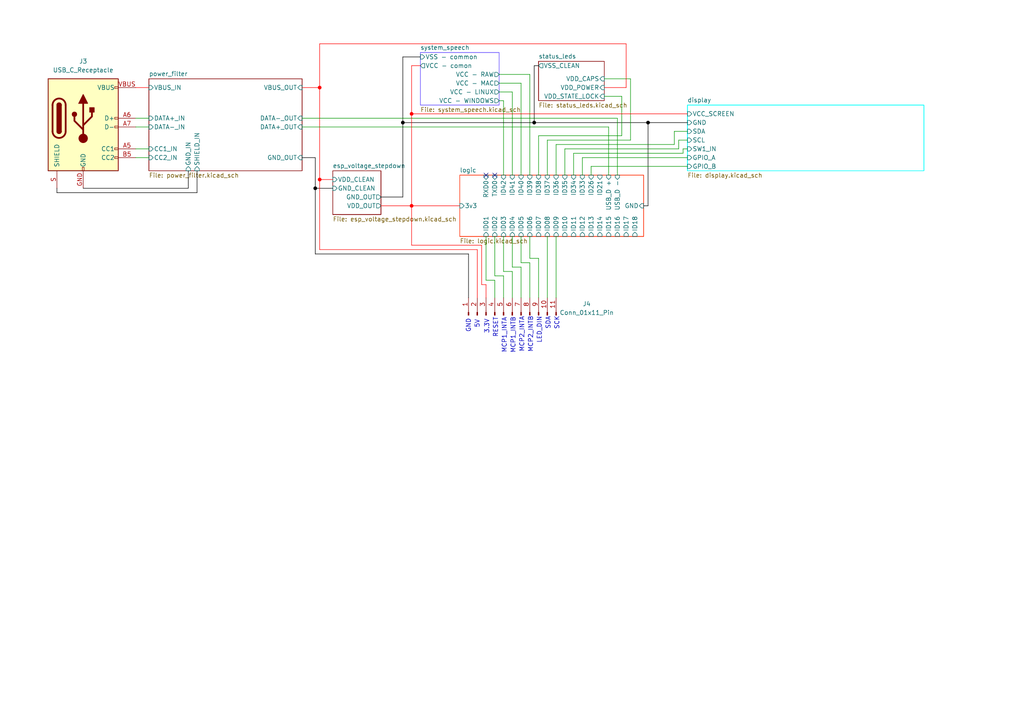
<source format=kicad_sch>
(kicad_sch (version 20250114) (generator "eeschema") (generator_version "9.0")
  (paper "A4")
  (title_block (title "Driver logic") (date "2026-02-10") (rev "1 - do not edit connector pin layout.") (company "Henry's Software House") (comment 1 "The logic required to drive the keyboard.") (comment 2 "Logic based on an ESP32-S2-wroover"))
  (lib_symbols
    (symbol "Connector:Conn_01x11_Pin" (pin_names (offset 1.016) (hide yes))
      (property "Reference" "J" (at 0 15.24 0))
      (property "Value" "Conn_01x11_Pin" (at 0 -15.24 0))
      (symbol "Conn_01x11_Pin_1_1"
        (rectangle (start 0.8636 12.827) (end 0 12.573) (stroke (width 0.1524)) (fill (type outline)))
        (rectangle (start 0.8636 10.287) (end 0 10.033) (stroke (width 0.1524)) (fill (type outline)))
        (rectangle (start 0.8636 7.747) (end 0 7.493) (stroke (width 0.1524)) (fill (type outline)))
        (rectangle (start 0.8636 5.207) (end 0 4.953) (stroke (width 0.1524)) (fill (type outline)))
        (rectangle (start 0.8636 2.667) (end 0 2.413) (stroke (width 0.1524)) (fill (type outline)))
        (rectangle (start 0.8636 0.127) (end 0 -0.127) (stroke (width 0.1524)) (fill (type outline)))
        (rectangle (start 0.8636 -2.413) (end 0 -2.667) (stroke (width 0.1524)) (fill (type outline)))
        (rectangle (start 0.8636 -4.953) (end 0 -5.207) (stroke (width 0.1524)) (fill (type outline)))
        (rectangle (start 0.8636 -7.493) (end 0 -7.747) (stroke (width 0.1524)) (fill (type outline)))
        (rectangle (start 0.8636 -10.033) (end 0 -10.287) (stroke (width 0.1524)) (fill (type outline)))
        (rectangle (start 0.8636 -12.573) (end 0 -12.827) (stroke (width 0.1524)) (fill (type outline)))
        (polyline (pts (xy 1.27 12.7) (xy 0.8636 12.7)) (stroke (width 0.1524)))
        (polyline (pts (xy 1.27 10.16) (xy 0.8636 10.16)) (stroke (width 0.1524)))
        (polyline (pts (xy 1.27 7.62) (xy 0.8636 7.62)) (stroke (width 0.1524)))
        (polyline (pts (xy 1.27 5.08) (xy 0.8636 5.08)) (stroke (width 0.1524)))
        (polyline (pts (xy 1.27 2.54) (xy 0.8636 2.54)) (stroke (width 0.1524)))
        (polyline (pts (xy 1.27 0) (xy 0.8636 0)) (stroke (width 0.1524)))
        (polyline (pts (xy 1.27 -2.54) (xy 0.8636 -2.54)) (stroke (width 0.1524)))
        (polyline (pts (xy 1.27 -5.08) (xy 0.8636 -5.08)) (stroke (width 0.1524)))
        (polyline (pts (xy 1.27 -7.62) (xy 0.8636 -7.62)) (stroke (width 0.1524)))
        (polyline (pts (xy 1.27 -10.16) (xy 0.8636 -10.16)) (stroke (width 0.1524)))
        (polyline (pts (xy 1.27 -12.7) (xy 0.8636 -12.7)) (stroke (width 0.1524)))
        (pin passive line (at 5.08 12.7 180) (length 3.81) (name "Pin_1") (number "1"))
        (pin passive line (at 5.08 10.16 180) (length 3.81) (name "Pin_2") (number "2"))
        (pin passive line (at 5.08 7.62 180) (length 3.81) (name "Pin_3") (number "3"))
        (pin passive line (at 5.08 5.08 180) (length 3.81) (name "Pin_4") (number "4"))
        (pin passive line (at 5.08 2.54 180) (length 3.81) (name "Pin_5") (number "5"))
        (pin passive line (at 5.08 0 180) (length 3.81) (name "Pin_6") (number "6"))
        (pin passive line (at 5.08 -2.54 180) (length 3.81) (name "Pin_7") (number "7"))
        (pin passive line (at 5.08 -5.08 180) (length 3.81) (name "Pin_8") (number "8"))
        (pin passive line (at 5.08 -7.62 180) (length 3.81) (name "Pin_9") (number "9"))
        (pin passive line (at 5.08 -10.16 180) (length 3.81) (name "Pin_10") (number "10"))
        (pin passive line (at 5.08 -12.7 180) (length 3.81) (name "Pin_11") (number "11"))
      )
    )
    (symbol "PCM_SparkFun-Connector:USB_C_Receptacle" (pin_names (offset 1.016))
      (property "Reference" "J" (at -10.16 12.7 0))
      (property "Value" "USB_C_Receptacle" (at 19.05 12.7 0))
      (symbol "USB_C_Receptacle_0_0"
        (rectangle (start -0.254 -15.24) (end 0.254 -14.224))
        (rectangle (start 10.16 9.144) (end 9.144 8.636))
        (rectangle (start 10.16 0.254) (end 9.144 -0.254))
        (rectangle (start 10.16 -2.286) (end 9.144 -2.794))
        (rectangle (start 10.16 -8.636) (end 9.144 -9.144))
        (rectangle (start 10.16 -11.176) (end 9.144 -11.684))
      )
      (symbol "USB_C_Receptacle_0_1"
        (rectangle (start -10.16 11.43) (end 10.16 -15.24) (stroke (width 0.254)) (fill (type background)))
        (polyline (pts (xy -8.89 -3.81) (xy -8.89 3.81)) (stroke (width 0.508)))
        (rectangle (start -7.62 -3.81) (end -6.35 3.81) (stroke (width 0.254)) (fill (type outline)))
        (arc (start -7.62 3.81) (mid -6.985 4.4423) (end -6.35 3.81) (stroke (width 0.254)))
        (arc (start -7.62 3.81) (mid -6.985 4.4423) (end -6.35 3.81) (stroke (width 0.254)) (fill (type outline)))
        (arc (start -8.89 3.81) (mid -6.985 5.7067) (end -5.08 3.81) (stroke (width 0.508)))
        (arc (start -5.08 -3.81) (mid -6.985 -5.7067) (end -8.89 -3.81) (stroke (width 0.508)))
        (arc (start -6.35 -3.81) (mid -6.985 -4.4423) (end -7.62 -3.81) (stroke (width 0.254)))
        (arc (start -6.35 -3.81) (mid -6.985 -4.4423) (end -7.62 -3.81) (stroke (width 0.254)) (fill (type outline)))
        (polyline (pts (xy -5.08 3.81) (xy -5.08 -3.81)) (stroke (width 0.508)))
        (circle (center -2.54 1.143) (radius 0.635) (stroke (width 0.254)) (fill (type outline)))
        (polyline (pts (xy -1.27 4.318) (xy 0 6.858) (xy 1.27 4.318) (xy -1.27 4.318)) (stroke (width 0.254)) (fill (type outline)))
        (polyline (pts (xy 0 -2.032) (xy 2.54 0.508) (xy 2.54 1.778)) (stroke (width 0.508)))
        (polyline (pts (xy 0 -3.302) (xy -2.54 -0.762) (xy -2.54 0.508)) (stroke (width 0.508)))
        (polyline (pts (xy 0 -5.842) (xy 0 4.318)) (stroke (width 0.508)))
        (circle (center 0 -5.842) (radius 1.27) (fill (type outline)))
        (rectangle (start 1.905 1.778) (end 3.175 3.048) (stroke (width 0.254)) (fill (type outline)))
      )
      (symbol "USB_C_Receptacle_1_1"
        (pin passive line (at -7.62 -20.32 90) (length 5.08) (name "SHIELD") (number "S"))
        (pin no_connect line (at -5.08 -15.24 90) (length 5.08) (hide yes) (name "NC") (number "NC1"))
        (pin no_connect line (at -3.81 -15.24 90) (length 5.08) (hide yes) (name "NC") (number "NC2"))
        (pin no_connect line (at -2.54 -15.24 90) (length 5.08) (hide yes) (name "NC") (number "NC3"))
        (pin passive line (at 0 -20.32 90) (length 5.08) (name "GND") (number "GND"))
        (pin no_connect line (at 2.54 -15.24 90) (length 5.08) (hide yes) (name "NC") (number "A8"))
        (pin no_connect line (at 3.81 -15.24 90) (length 5.08) (hide yes) (name "NC") (number "B8"))
        (pin power_out line (at 15.24 8.89 180) (length 5.08) (name "VBUS") (number "VBUS"))
        (pin bidirectional line (at 15.24 0 180) (length 5.08) (name "D+") (number "A6"))
        (pin bidirectional line (at 15.24 0 180) (length 5.08) (hide yes) (name "D+") (number "B6"))
        (pin bidirectional line (at 15.24 -2.54 180) (length 5.08) (name "D-") (number "A7"))
        (pin bidirectional line (at 15.24 -2.54 180) (length 5.08) (hide yes) (name "D-") (number "B7"))
        (pin bidirectional line (at 15.24 -8.89 180) (length 5.08) (name "CC1") (number "A5"))
        (pin bidirectional line (at 15.24 -11.43 180) (length 5.08) (name "CC2") (number "B5"))
      )
    )
  )
  (text "SCK" (at 161.544 93.726 90) (effects (font (size 1.27 1.27))))
  (text "SDA" (at 159.004 93.726 90) (effects (font (size 1.27 1.27))))
  (text "LED_DIN" (at 156.464 95.758 90) (effects (font (size 1.27 1.27))))
  (text "MCP1_INTB" (at 148.844 97.282 90) (effects (font (size 1.27 1.27))))
  (text "GND" (at 135.89 94.488 90) (effects (font (size 1.27 1.27))))
  (text "RESET" (at 143.764 94.996 90) (effects (font (size 1.27 1.27))))
  (text "MCP1_INTA" (at 146.304 97.282 90) (effects (font (size 1.27 1.27))))
  (text "MCP2_INTA" (at 151.384 97.028 90) (effects (font (size 1.27 1.27))))
  (text "3.3V" (at 141.224 94.742 90) (effects (font (size 1.27 1.27))))
  (text "MCP2_INTB" (at 153.924 97.028 90) (effects (font (size 1.27 1.27))))
  (text "5V" (at 138.43 93.98 90) (effects (font (size 1.27 1.27))))
  (junction (at 119.38 59.69) (color 255 0 0 1))
  (junction (at 91.44 54.61) (color 0 0 0 1))
  (junction (at 187.96 35.56) (color 0 0 0 1))
  (junction (at 116.84 35.56) (color 0 0 0 1))
  (junction (at 119.38 33.02) (color 255 0 0 1))
  (junction (at 92.71 52.07) (color 255 0 0 1))
  (junction (at 154.94 35.56) (color 0 0 0 1))
  (junction (at 92.71 25.4) (color 255 0 0 1))
  (no_connect (at 143.51 50.8))
  (no_connect (at 140.97 50.8))
  (wire (pts (xy 143.51 81.28) (xy 143.51 86.36)))
  (wire (pts (xy 198.12 43.18) (xy 198.12 44.45)))
  (wire (pts (xy 171.45 48.26) (xy 199.39 48.26)))
  (wire (pts (xy 166.37 44.45) (xy 198.12 44.45)))
  (wire (pts (xy 151.13 76.2) (xy 153.67 76.2)))
  (wire (pts (xy 92.71 25.4) (xy 92.71 52.07)) (stroke (width 0) (color 255 0 0 1)))
  (wire (pts (xy 154.94 35.56) (xy 187.96 35.56)) (stroke (width 0) (color 0 0 0 1)))
  (wire (pts (xy 140.97 81.28) (xy 143.51 81.28)))
  (wire (pts (xy 140.97 68.58) (xy 140.97 81.28)))
  (wire (pts (xy 39.37 25.4) (xy 43.18 25.4)) (stroke (width 0) (color 255 0 0 1)))
  (wire (pts (xy 181.61 25.4) (xy 181.61 12.7)) (stroke (width 0) (color 255 0 0 1)))
  (wire (pts (xy 39.37 34.29) (xy 43.18 34.29)))
  (wire (pts (xy 187.96 35.56) (xy 199.39 35.56)) (stroke (width 0) (color 0 0 0 1)))
  (wire (pts (xy 187.96 35.56) (xy 187.96 59.69)) (stroke (width 0) (color 0 0 0 1)))
  (wire (pts (xy 87.63 34.29) (xy 179.07 34.29)))
  (wire (pts (xy 110.49 57.15) (xy 116.84 57.15)) (stroke (width 0) (color 0 0 0 1)))
  (wire (pts (xy 92.71 52.07) (xy 92.71 72.39)) (stroke (width 0) (color 255 0 0 1)))
  (wire (pts (xy 39.37 36.83) (xy 43.18 36.83)))
  (wire (pts (xy 119.38 33.02) (xy 199.39 33.02)) (stroke (width 0) (color 255 0 0 1)))
  (wire (pts (xy 156.21 74.93) (xy 156.21 86.36)))
  (wire (pts (xy 116.84 35.56) (xy 116.84 57.15)) (stroke (width 0) (color 0 0 0 1)))
  (wire (pts (xy 186.69 59.69) (xy 187.96 59.69)) (stroke (width 0) (color 0 0 0 1)))
  (wire (pts (xy 138.43 72.39) (xy 138.43 86.36)) (stroke (width 0) (color 255 0 0 1)))
  (wire (pts (xy 144.78 29.21) (xy 146.05 29.21)))
  (wire (pts (xy 176.53 36.83) (xy 176.53 50.8)))
  (wire (pts (xy 166.37 50.8) (xy 166.37 44.45)))
  (wire (pts (xy 119.38 59.69) (xy 133.35 59.69)) (stroke (width 0) (color 255 0 0 1)))
  (wire (pts (xy 156.21 19.05) (xy 154.94 19.05)) (stroke (width 0) (color 0 0 0 1)))
  (wire (pts (xy 54.61 49.53) (xy 54.61 54.61)) (stroke (width 0) (color 0 0 0 1)))
  (wire (pts (xy 54.61 54.61) (xy 24.13 54.61)) (stroke (width 0) (color 0 0 0 1)))
  (wire (pts (xy 92.71 12.7) (xy 92.71 25.4)) (stroke (width 0) (color 255 0 0 1)))
  (wire (pts (xy 91.44 54.61) (xy 91.44 73.66)) (stroke (width 0) (color 0 0 0 1)))
  (wire (pts (xy 144.78 26.67) (xy 148.59 26.67)))
  (wire (pts (xy 175.26 25.4) (xy 181.61 25.4)) (stroke (width 0) (color 255 0 0 1)))
  (wire (pts (xy 146.05 50.8) (xy 146.05 29.21)))
  (wire (pts (xy 135.89 73.66) (xy 135.89 86.36)) (stroke (width 0) (color 0 0 0 1)))
  (wire (pts (xy 153.67 74.93) (xy 153.67 68.58)))
  (wire (pts (xy 199.39 38.1) (xy 195.58 38.1)))
  (wire (pts (xy 168.91 45.72) (xy 199.39 45.72)))
  (wire (pts (xy 119.38 33.02) (xy 119.38 59.69)) (stroke (width 0) (color 255 0 0 1)))
  (wire (pts (xy 146.05 80.01) (xy 146.05 86.36)))
  (wire (pts (xy 39.37 45.72) (xy 43.18 45.72)))
  (wire (pts (xy 119.38 19.05) (xy 119.38 33.02)) (stroke (width 0) (color 255 0 0 1)))
  (wire (pts (xy 139.7 71.12) (xy 139.7 82.55)) (stroke (width 0) (color 255 0 0 1)))
  (wire (pts (xy 148.59 77.47) (xy 151.13 77.47)))
  (wire (pts (xy 195.58 38.1) (xy 195.58 41.91)))
  (wire (pts (xy 119.38 59.69) (xy 119.38 71.12)) (stroke (width 0) (color 255 0 0 1)))
  (wire (pts (xy 158.75 68.58) (xy 158.75 86.36)))
  (wire (pts (xy 143.51 68.58) (xy 143.51 80.01)))
  (wire (pts (xy 116.84 35.56) (xy 154.94 35.56)) (stroke (width 0) (color 0 0 0 1)))
  (wire (pts (xy 148.59 26.67) (xy 148.59 50.8)))
  (wire (pts (xy 161.29 41.91) (xy 195.58 41.91)))
  (wire (pts (xy 144.78 21.59) (xy 153.67 21.59)))
  (wire (pts (xy 144.78 24.13) (xy 151.13 24.13)))
  (wire (pts (xy 151.13 77.47) (xy 151.13 86.36)))
  (wire (pts (xy 182.88 40.64) (xy 158.75 40.64)))
  (wire (pts (xy 91.44 45.72) (xy 91.44 54.61)) (stroke (width 0) (color 0 0 0 1)))
  (wire (pts (xy 175.26 22.86) (xy 182.88 22.86)))
  (wire (pts (xy 146.05 78.74) (xy 148.59 78.74)))
  (wire (pts (xy 151.13 68.58) (xy 151.13 76.2)))
  (wire (pts (xy 146.05 68.58) (xy 146.05 78.74)))
  (wire (pts (xy 158.75 40.64) (xy 158.75 50.8)))
  (wire (pts (xy 153.67 74.93) (xy 156.21 74.93)))
  (wire (pts (xy 87.63 25.4) (xy 92.71 25.4)) (stroke (width 0) (color 255 0 0 1)))
  (wire (pts (xy 121.92 19.05) (xy 119.38 19.05)) (stroke (width 0) (color 255 0 0 1)))
  (wire (pts (xy 87.63 36.83) (xy 176.53 36.83)))
  (wire (pts (xy 199.39 40.64) (xy 196.85 40.64)))
  (wire (pts (xy 92.71 52.07) (xy 96.52 52.07)) (stroke (width 0) (color 255 0 0 1)))
  (wire (pts (xy 119.38 71.12) (xy 139.7 71.12)) (stroke (width 0) (color 255 0 0 1)))
  (wire (pts (xy 148.59 78.74) (xy 148.59 86.36)))
  (wire (pts (xy 153.67 21.59) (xy 153.67 50.8)))
  (wire (pts (xy 163.83 43.18) (xy 196.85 43.18)))
  (wire (pts (xy 116.84 16.51) (xy 116.84 35.56)) (stroke (width 0) (color 0 0 0 1)))
  (wire (pts (xy 16.51 55.88) (xy 16.51 54.61)) (stroke (width 0) (color 0 0 0 1)))
  (wire (pts (xy 151.13 24.13) (xy 151.13 50.8)))
  (wire (pts (xy 156.21 39.37) (xy 156.21 50.8)))
  (wire (pts (xy 161.29 41.91) (xy 161.29 50.8)))
  (wire (pts (xy 91.44 54.61) (xy 96.52 54.61)) (stroke (width 0) (color 0 0 0 1)))
  (wire (pts (xy 175.26 27.94) (xy 180.34 27.94)))
  (wire (pts (xy 139.7 82.55) (xy 140.97 82.55)) (stroke (width 0) (color 255 0 0 1)))
  (wire (pts (xy 148.59 68.58) (xy 148.59 77.47)))
  (wire (pts (xy 199.39 43.18) (xy 198.12 43.18)))
  (wire (pts (xy 161.29 68.58) (xy 161.29 86.36)))
  (wire (pts (xy 110.49 59.69) (xy 119.38 59.69)) (stroke (width 0) (color 255 0 0 1)))
  (wire (pts (xy 182.88 22.86) (xy 182.88 40.64)))
  (wire (pts (xy 163.83 43.18) (xy 163.83 50.8)))
  (wire (pts (xy 140.97 82.55) (xy 140.97 86.36)) (stroke (width 0) (color 255 0 0 1)))
  (wire (pts (xy 179.07 34.29) (xy 179.07 50.8)))
  (wire (pts (xy 180.34 39.37) (xy 156.21 39.37)))
  (wire (pts (xy 171.45 50.8) (xy 171.45 48.26)))
  (wire (pts (xy 92.71 72.39) (xy 138.43 72.39)) (stroke (width 0) (color 255 0 0 1)))
  (wire (pts (xy 57.15 49.53) (xy 57.15 55.88)) (stroke (width 0) (color 0 0 0 1)))
  (wire (pts (xy 57.15 55.88) (xy 16.51 55.88)) (stroke (width 0) (color 0 0 0 1)))
  (wire (pts (xy 153.67 76.2) (xy 153.67 86.36)))
  (wire (pts (xy 196.85 40.64) (xy 196.85 43.18)))
  (wire (pts (xy 39.37 43.18) (xy 43.18 43.18)))
  (wire (pts (xy 91.44 73.66) (xy 135.89 73.66)) (stroke (width 0) (color 0 0 0 1)))
  (wire (pts (xy 143.51 80.01) (xy 146.05 80.01)))
  (wire (pts (xy 154.94 19.05) (xy 154.94 35.56)) (stroke (width 0) (color 0 0 0 1)))
  (wire (pts (xy 180.34 27.94) (xy 180.34 39.37)))
  (wire (pts (xy 181.61 12.7) (xy 92.71 12.7)) (stroke (width 0) (color 255 0 0 1)))
  (wire (pts (xy 168.91 50.8) (xy 168.91 45.72)))
  (wire (pts (xy 116.84 16.51) (xy 121.92 16.51)) (stroke (width 0) (color 0 0 0 1)))
  (wire (pts (xy 87.63 45.72) (xy 91.44 45.72)) (stroke (width 0) (color 0 0 0 1)))
  (symbol (lib_id "Connector:Conn_01x11_Pin") (at 148.59 91.44 90) (unit 1)
    (property "Reference" "J4" (at 170.18 88.138 90))
    (property "Value" "Conn_01x11_Pin" (at 170.18 90.678 90))
    (property "Footprint" "Connector_PinHeader_2.00mm:PinHeader_1x11_P2.00mm_Horizontal" (effects (hide yes)))
    (property "Description" "Generic connector, single row, 01x11, script generated" (effects (hide yes)))
  )
  (symbol (lib_id "PCM_SparkFun-Connector:USB_C_Receptacle") (at 24.13 34.29 0) (unit 1)
    (property "Reference" "J3" (at 24.13 17.78 0))
    (property "Value" "USB_C_Receptacle" (at 24.13 20.32 0))
    (property "Footprint" "PCM_SparkFun-Connector:USB-C_16" (effects (hide yes)))
    (property "Datasheet" "https://www.usb.org/sites/default/files/documents/usb_type-c.zip" (effects (hide yes)))
    (property "Description" "USB 2.0-only Type-C Receptacle connector" (effects (hide yes)))
    (property "PROD_ID" "CONN-14122" (effects (hide yes)))
  )
  (sheet (at 121.92 15.24) (size 22.86 15.24) (stroke (width 0.1524) (color 123 104 255 1))
    (property "Sheetname" "system_speech" (at 121.92 14.5284 0) (effects (justify left bottom)))
    (property "Sheetfile" "system_speech.kicad_sch" (at 121.92 31.0646 0) (effects (justify left top)))
    (pin "VCC - comon" output (at 121.92 19.05 180))
    (pin "VCC - LINUX" output (at 144.78 26.67 0))
    (pin "VCC - MAC" output (at 144.78 24.13 0))
    (pin "VCC - RAW" output (at 144.78 21.59 0))
    (pin "VCC - WINDOWS" output (at 144.78 29.21 0))
    (pin "VSS - common" input (at 121.92 16.51 180))
  )
  (sheet (at 156.21 17.78) (size 19.05 11.43) (stroke (width 0.1524))
    (property "Sheetname" "status_leds" (at 156.21 17.0684 0) (effects (justify left bottom)))
    (property "Sheetfile" "status_leds.kicad_sch" (at 156.21 29.7946 0) (effects (justify left top)))
    (pin "VDD_CAPS" input (at 175.26 22.86 0))
    (pin "VDD_POWER" input (at 175.26 25.4 0))
    (pin "VDD_STATE_LOCK" input (at 175.26 27.94 0))
    (pin "VSS_CLEAN" output (at 156.21 19.05 180))
  )
  (sheet (at 199.39 30.48) (size 68.58 19.05) (stroke (width 0.1524) (color 0 255 252 1))
    (property "Sheetname" "display" (at 199.39 29.7684 0) (effects (justify left bottom)))
    (property "Sheetfile" "display.kicad_sch" (at 199.39 50.1146 0) (effects (justify left top)))
    (pin "GND" input (at 199.39 35.56 180))
    (pin "SCL" input (at 199.39 40.64 180))
    (pin "SDA" input (at 199.39 38.1 180))
    (pin "SW1_IN" input (at 199.39 43.18 180))
    (pin "VCC_SCREEN" input (at 199.39 33.02 180))
    (pin "GPIO_A" input (at 199.39 45.72 180))
    (pin "GPIO_B" input (at 199.39 48.26 180))
  )
  (sheet (at 133.35 50.8) (size 53.34 17.78) (stroke (width 0.1524) (color 255 42 0 1))
    (property "Sheetname" "logic" (at 133.35 50.0884 0) (effects (justify left bottom)))
    (property "Sheetfile" "logic.kicad_sch" (at 133.35 69.1646 0) (effects (justify left top)))
    (pin "3v3" input (at 133.35 59.69 180))
    (pin "GND" input (at 186.69 59.69 0))
    (pin "ID01" input (at 140.97 68.58 270))
    (pin "ID02" input (at 143.51 68.58 270))
    (pin "ID03" input (at 146.05 68.58 270))
    (pin "ID04" input (at 148.59 68.58 270))
    (pin "ID05" input (at 151.13 68.58 270))
    (pin "ID06" input (at 153.67 68.58 270))
    (pin "ID07" input (at 156.21 68.58 270))
    (pin "ID08" input (at 158.75 68.58 270))
    (pin "ID09" input (at 161.29 68.58 270))
    (pin "ID10" input (at 163.83 68.58 270))
    (pin "ID11" input (at 166.37 68.58 270))
    (pin "ID12" input (at 168.91 68.58 270))
    (pin "ID13" input (at 171.45 68.58 270))
    (pin "ID14" input (at 173.99 68.58 270))
    (pin "ID15" input (at 176.53 68.58 270))
    (pin "ID16" input (at 179.07 68.58 270))
    (pin "ID17" input (at 181.61 68.58 270))
    (pin "ID18" input (at 184.15 68.58 270))
    (pin "ID21" input (at 173.99 50.8 90))
    (pin "ID26" input (at 171.45 50.8 90))
    (pin "ID33" input (at 168.91 50.8 90))
    (pin "ID34" input (at 166.37 50.8 90))
    (pin "ID35" input (at 163.83 50.8 90))
    (pin "ID36" input (at 161.29 50.8 90))
    (pin "ID37" input (at 158.75 50.8 90))
    (pin "ID38" input (at 156.21 50.8 90))
    (pin "ID39" input (at 153.67 50.8 90))
    (pin "ID40" input (at 151.13 50.8 90))
    (pin "ID41" input (at 148.59 50.8 90))
    (pin "ID42" input (at 146.05 50.8 90))
    (pin "RXD0" input (at 140.97 50.8 90))
    (pin "TXD0" input (at 143.51 50.8 90))
    (pin "USB_D +" input (at 176.53 50.8 90))
    (pin "USB_D -" input (at 179.07 50.8 90))
  )
  (sheet (at 43.18 22.86) (size 44.45 26.67) (stroke (width 0.1524))
    (property "Sheetname" "power_filter" (at 43.18 22.1484 0) (effects (justify left bottom)))
    (property "Sheetfile" "power_filter.kicad_sch" (at 43.18 50.1146 0) (effects (justify left top)))
    (pin "CC1_IN" input (at 43.18 43.18 180))
    (pin "CC2_IN" input (at 43.18 45.72 180))
    (pin "DATA+_IN" input (at 43.18 34.29 180))
    (pin "DATA-_IN" input (at 43.18 36.83 180))
    (pin "GND_IN" input (at 54.61 49.53 270))
    (pin "SHIELD_IN" input (at 57.15 49.53 270))
    (pin "VBUS_IN" input (at 43.18 25.4 180))
    (pin "DATA+_OUT" input (at 87.63 36.83 0))
    (pin "DATA-_OUT" input (at 87.63 34.29 0))
    (pin "GND_OUT" input (at 87.63 45.72 0))
    (pin "VBUS_OUT" input (at 87.63 25.4 0))
  )
  (sheet (at 96.52 49.53) (size 13.97 12.7) (stroke (width 0.1524))
    (property "Sheetname" "esp_voltage_stepdown" (at 96.52 48.8184 0) (effects (justify left bottom)))
    (property "Sheetfile" "esp_voltage_stepdown.kicad_sch" (at 96.52 62.8146 0) (effects (justify left top)))
    (pin "GND_CLEAN" input (at 96.52 54.61 180))
    (pin "GND_OUT" output (at 110.49 57.15 0))
    (pin "VDD_CLEAN" input (at 96.52 52.07 180))
    (pin "VDD_OUT" output (at 110.49 59.69 0))
  )
)
</source>
